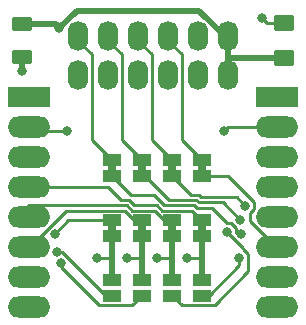
<source format=gtl>
G04 #@! TF.GenerationSoftware,KiCad,Pcbnew,7.0.10-unknown-1000.20240106gite38b948.fc38*
G04 #@! TF.CreationDate,2024-01-08T08:42:08+11:00*
G04 #@! TF.ProjectId,mikrobus-pmod-adapt,6d696b72-6f62-4757-932d-706d6f642d61,rev?*
G04 #@! TF.SameCoordinates,Original*
G04 #@! TF.FileFunction,Copper,L1,Top*
G04 #@! TF.FilePolarity,Positive*
%FSLAX46Y46*%
G04 Gerber Fmt 4.6, Leading zero omitted, Abs format (unit mm)*
G04 Created by KiCad (PCBNEW 7.0.10-unknown-1000.20240106gite38b948.fc38) date 2024-01-08 08:42:08*
%MOMM*%
%LPD*%
G01*
G04 APERTURE LIST*
G04 Aperture macros list*
%AMRoundRect*
0 Rectangle with rounded corners*
0 $1 Rounding radius*
0 $2 $3 $4 $5 $6 $7 $8 $9 X,Y pos of 4 corners*
0 Add a 4 corners polygon primitive as box body*
4,1,4,$2,$3,$4,$5,$6,$7,$8,$9,$2,$3,0*
0 Add four circle primitives for the rounded corners*
1,1,$1+$1,$2,$3*
1,1,$1+$1,$4,$5*
1,1,$1+$1,$6,$7*
1,1,$1+$1,$8,$9*
0 Add four rect primitives between the rounded corners*
20,1,$1+$1,$2,$3,$4,$5,0*
20,1,$1+$1,$4,$5,$6,$7,0*
20,1,$1+$1,$6,$7,$8,$9,0*
20,1,$1+$1,$8,$9,$2,$3,0*%
%AMFreePoly0*
4,1,9,0.500000,0.300000,0.900000,0.300000,0.900000,-0.300000,0.500000,-0.300000,0.500000,-0.750000,-0.500000,-0.750000,-0.500000,0.750000,0.500000,0.750000,0.500000,0.300000,0.500000,0.300000,$1*%
G04 Aperture macros list end*
G04 #@! TA.AperFunction,SMDPad,CuDef*
%ADD10R,1.500000X1.000000*%
G04 #@! TD*
G04 #@! TA.AperFunction,SMDPad,CuDef*
%ADD11FreePoly0,270.000000*%
G04 #@! TD*
G04 #@! TA.AperFunction,SMDPad,CuDef*
%ADD12FreePoly0,90.000000*%
G04 #@! TD*
G04 #@! TA.AperFunction,ComponentPad*
%ADD13R,3.600000X1.800000*%
G04 #@! TD*
G04 #@! TA.AperFunction,ComponentPad*
%ADD14O,3.600000X1.800000*%
G04 #@! TD*
G04 #@! TA.AperFunction,ComponentPad*
%ADD15O,1.700000X2.540000*%
G04 #@! TD*
G04 #@! TA.AperFunction,SMDPad,CuDef*
%ADD16RoundRect,0.250001X0.624999X-0.462499X0.624999X0.462499X-0.624999X0.462499X-0.624999X-0.462499X0*%
G04 #@! TD*
G04 #@! TA.AperFunction,SMDPad,CuDef*
%ADD17RoundRect,0.250000X0.625000X-0.375000X0.625000X0.375000X-0.625000X0.375000X-0.625000X-0.375000X0*%
G04 #@! TD*
G04 #@! TA.AperFunction,ViaPad*
%ADD18C,0.800000*%
G04 #@! TD*
G04 #@! TA.AperFunction,Conductor*
%ADD19C,0.500000*%
G04 #@! TD*
G04 #@! TA.AperFunction,Conductor*
%ADD20C,0.250000*%
G04 #@! TD*
G04 APERTURE END LIST*
D10*
G04 #@! TO.P,ALTD1,1,A*
G04 #@! TO.N,/PD1*
X99060000Y-109205000D03*
G04 #@! TO.P,ALTD1,2,B*
G04 #@! TO.N,/MD9*
X99060000Y-110505000D03*
G04 #@! TD*
D11*
G04 #@! TO.P,D6,1,A*
G04 #@! TO.N,/PD6*
X101600000Y-99045000D03*
D10*
G04 #@! TO.P,D6,2,B*
G04 #@! TO.N,/MD6*
X101600000Y-100345000D03*
G04 #@! TD*
D11*
G04 #@! TO.P,D5,1,A*
G04 #@! TO.N,/PD5*
X99060000Y-99045000D03*
D10*
G04 #@! TO.P,D5,2,B*
G04 #@! TO.N,/MD5*
X99060000Y-100345000D03*
G04 #@! TD*
D12*
G04 #@! TO.P,D2,1,A*
G04 #@! TO.N,/PD2*
X101600000Y-105425000D03*
D10*
G04 #@! TO.P,D2,2,B*
G04 #@! TO.N,/MD2*
X101600000Y-104125000D03*
G04 #@! TD*
G04 #@! TO.P,ALTD3,1,A*
G04 #@! TO.N,/PD3*
X104140000Y-109205000D03*
G04 #@! TO.P,ALTD3,2,B*
G04 #@! TO.N,/MD11*
X104140000Y-110505000D03*
G04 #@! TD*
D11*
G04 #@! TO.P,D4,1,A*
G04 #@! TO.N,/PD4*
X96520000Y-99045000D03*
D10*
G04 #@! TO.P,D4,2,B*
G04 #@! TO.N,/MD4*
X96520000Y-100345000D03*
G04 #@! TD*
G04 #@! TO.P,ALTD0,1,A*
G04 #@! TO.N,/PD0*
X96520000Y-109205000D03*
G04 #@! TO.P,ALTD0,2,B*
G04 #@! TO.N,/MD8*
X96520000Y-110505000D03*
G04 #@! TD*
G04 #@! TO.P,ALTD2,1,A*
G04 #@! TO.N,/PD2*
X101600000Y-109205000D03*
G04 #@! TO.P,ALTD2,2,B*
G04 #@! TO.N,/MD10*
X101600000Y-110505000D03*
G04 #@! TD*
D13*
G04 #@! TO.P,U1,A1,AN*
G04 #@! TO.N,/MD8*
X89470000Y-93650000D03*
D14*
G04 #@! TO.P,U1,A2,RST*
G04 #@! TO.N,/MD9*
X89470000Y-96190000D03*
G04 #@! TO.P,U1,A3,CS*
G04 #@! TO.N,/MD0*
X89470000Y-98730000D03*
G04 #@! TO.P,U1,A4,SCK*
G04 #@! TO.N,/MD3*
X89470000Y-101270000D03*
G04 #@! TO.P,U1,A5,MISO*
G04 #@! TO.N,/MD2*
X89470000Y-103810000D03*
G04 #@! TO.P,U1,A6,MOSI*
G04 #@! TO.N,/MD1*
X89470000Y-106350000D03*
G04 #@! TO.P,U1,A7,+3.3V*
G04 #@! TO.N,+3.3V*
X89470000Y-108890000D03*
G04 #@! TO.P,U1,A8,GND*
G04 #@! TO.N,GND*
X89470000Y-111430000D03*
D13*
G04 #@! TO.P,U1,B1,PWM*
G04 #@! TO.N,/MD10*
X110530000Y-93650000D03*
D14*
G04 #@! TO.P,U1,B2,INT*
G04 #@! TO.N,/MD11*
X110530000Y-96190000D03*
G04 #@! TO.P,U1,B3,RX*
G04 #@! TO.N,/MD4*
X110530000Y-98730000D03*
G04 #@! TO.P,U1,B4,TX*
G04 #@! TO.N,/MD5*
X110530000Y-101270000D03*
G04 #@! TO.P,U1,B5,SCL*
G04 #@! TO.N,/MD6*
X110530000Y-103810000D03*
G04 #@! TO.P,U1,B6,SDA*
G04 #@! TO.N,/MD7*
X110530000Y-106350000D03*
G04 #@! TO.P,U1,B7,+5V*
G04 #@! TO.N,unconnected-(U1-+5V-PadB7)*
X110530000Y-108890000D03*
G04 #@! TO.P,U1,B8,GND*
G04 #@! TO.N,GND*
X110530000Y-111430000D03*
G04 #@! TD*
D12*
G04 #@! TO.P,D3,1,A*
G04 #@! TO.N,/PD3*
X104140000Y-105425000D03*
D10*
G04 #@! TO.P,D3,2,B*
G04 #@! TO.N,/MD3*
X104140000Y-104125000D03*
G04 #@! TD*
D11*
G04 #@! TO.P,D7,1,A*
G04 #@! TO.N,/PD7*
X104140000Y-99045000D03*
D10*
G04 #@! TO.P,D7,2,B*
G04 #@! TO.N,/MD7*
X104140000Y-100345000D03*
G04 #@! TD*
D12*
G04 #@! TO.P,D0,1,A*
G04 #@! TO.N,/PD0*
X96520000Y-105425000D03*
D10*
G04 #@! TO.P,D0,2,B*
G04 #@! TO.N,/MD0*
X96520000Y-104125000D03*
G04 #@! TD*
D15*
G04 #@! TO.P,J1,1,D0*
G04 #@! TO.N,/PD0*
X93650000Y-91840000D03*
G04 #@! TO.P,J1,2,D1*
G04 #@! TO.N,/PD1*
X96190000Y-91840000D03*
G04 #@! TO.P,J1,3,D2*
G04 #@! TO.N,/PD2*
X98730000Y-91840000D03*
G04 #@! TO.P,J1,4,D3*
G04 #@! TO.N,/PD3*
X101270000Y-91840000D03*
G04 #@! TO.P,J1,5,GND1*
G04 #@! TO.N,GND*
X103810000Y-91840000D03*
G04 #@! TO.P,J1,6,VCC1*
G04 #@! TO.N,+3.3V*
X106350000Y-91840000D03*
G04 #@! TO.P,J1,7,D4*
G04 #@! TO.N,/PD4*
X93650000Y-88500000D03*
G04 #@! TO.P,J1,8,D5*
G04 #@! TO.N,/PD5*
X96190000Y-88500000D03*
G04 #@! TO.P,J1,9,D6*
G04 #@! TO.N,/PD6*
X98730000Y-88500000D03*
G04 #@! TO.P,J1,10,D7*
G04 #@! TO.N,/PD7*
X101270000Y-88500000D03*
G04 #@! TO.P,J1,11,GND2*
G04 #@! TO.N,GND*
X103810000Y-88500000D03*
G04 #@! TO.P,J1,12,VCC2*
G04 #@! TO.N,+3.3V*
X106350000Y-88500000D03*
G04 #@! TD*
D16*
G04 #@! TO.P,C1,1*
G04 #@! TO.N,+3.3V*
X111125000Y-90387500D03*
G04 #@! TO.P,C1,2*
G04 #@! TO.N,GND*
X111125000Y-87412500D03*
G04 #@! TD*
D17*
G04 #@! TO.P,LED1,1,K*
G04 #@! TO.N,Net-(LED1-K)*
X88900000Y-90300000D03*
G04 #@! TO.P,LED1,2,A*
G04 #@! TO.N,+3.3V*
X88900000Y-87500000D03*
G04 #@! TD*
D12*
G04 #@! TO.P,D1,1,A*
G04 #@! TO.N,/PD1*
X99060000Y-105425000D03*
D10*
G04 #@! TO.P,D1,2,B*
G04 #@! TO.N,/MD1*
X99060000Y-104125000D03*
G04 #@! TD*
D18*
G04 #@! TO.N,+3.3V*
X92075000Y-87816522D03*
G04 #@! TO.N,GND*
X109220000Y-86995000D03*
G04 #@! TO.N,/MD8*
X91851549Y-106771536D03*
G04 #@! TO.N,/PD0*
X95250000Y-107315000D03*
G04 #@! TO.N,/MD9*
X92710000Y-96520000D03*
X92183964Y-107767531D03*
G04 #@! TO.N,/PD1*
X97790000Y-107315000D03*
G04 #@! TO.N,/MD10*
X106255508Y-105109492D03*
G04 #@! TO.N,/PD2*
X100330000Y-107315000D03*
G04 #@! TO.N,/MD11*
X106045000Y-96520000D03*
X107315000Y-107315000D03*
G04 #@! TO.N,/PD3*
X102870000Y-107315000D03*
G04 #@! TO.N,/MD0*
X91675071Y-105270000D03*
G04 #@! TO.N,/MD4*
X107483516Y-105241484D03*
G04 #@! TO.N,/MD5*
X107400563Y-104062515D03*
G04 #@! TO.N,/MD6*
X107795539Y-102870000D03*
G04 #@! TO.N,Net-(LED1-K)*
X88900000Y-91440000D03*
G04 #@! TD*
D19*
G04 #@! TO.N,+3.3V*
X106350000Y-90170000D02*
X106350000Y-91440000D01*
X106567500Y-90387500D02*
X106350000Y-90170000D01*
X103928478Y-86360000D02*
X106350000Y-88781522D01*
X92075000Y-87816522D02*
X93531522Y-86360000D01*
X106350000Y-88781522D02*
X106350000Y-88900000D01*
X106350000Y-88900000D02*
X106350000Y-90170000D01*
X91758478Y-87500000D02*
X92075000Y-87816522D01*
X93531522Y-86360000D02*
X103928478Y-86360000D01*
X88900000Y-87500000D02*
X91758478Y-87500000D01*
X111125000Y-90387500D02*
X106567500Y-90387500D01*
G04 #@! TO.N,GND*
X88570000Y-111430000D02*
X89045000Y-111905000D01*
X110955000Y-111905000D02*
X111430000Y-111430000D01*
D20*
X111125000Y-87412500D02*
X109637500Y-87412500D01*
X109637500Y-87412500D02*
X109220000Y-86995000D01*
G04 #@! TO.N,/MD8*
X92283985Y-106771536D02*
X91851549Y-106771536D01*
X96017449Y-110505000D02*
X92283985Y-106771536D01*
X96520000Y-110505000D02*
X96017449Y-110505000D01*
G04 #@! TO.N,/PD0*
X96520000Y-107315000D02*
X95250000Y-107315000D01*
D19*
X96520000Y-105425000D02*
X96520000Y-107315000D01*
X96520000Y-107315000D02*
X96520000Y-109205000D01*
D20*
G04 #@! TO.N,/MD9*
X99060000Y-110505000D02*
X98235000Y-111330000D01*
X95457794Y-111330000D02*
X92183964Y-108056170D01*
X92710000Y-96520000D02*
X88900000Y-96520000D01*
X98235000Y-111330000D02*
X95457794Y-111330000D01*
X88900000Y-96520000D02*
X88570000Y-96190000D01*
X92183964Y-108056170D02*
X92183964Y-107767531D01*
G04 #@! TO.N,/PD1*
X99060000Y-107315000D02*
X97790000Y-107315000D01*
D19*
X99060000Y-105425000D02*
X99060000Y-107315000D01*
X99060000Y-107315000D02*
X99060000Y-109205000D01*
D20*
G04 #@! TO.N,/MD10*
X108090000Y-108455000D02*
X108090000Y-106993984D01*
X108090000Y-106993984D02*
X107636016Y-106540000D01*
X107636016Y-106490000D02*
X106255508Y-105109492D01*
X107636016Y-106540000D02*
X107636016Y-106490000D01*
X101600000Y-110505000D02*
X102425000Y-111330000D01*
X102425000Y-111330000D02*
X105215000Y-111330000D01*
X105215000Y-111330000D02*
X108090000Y-108455000D01*
G04 #@! TO.N,/PD2*
X101600000Y-107315000D02*
X100330000Y-107315000D01*
D19*
X101600000Y-107315000D02*
X101600000Y-109205000D01*
X101600000Y-105425000D02*
X101600000Y-107315000D01*
D20*
G04 #@! TO.N,/MD11*
X106375000Y-96190000D02*
X111430000Y-96190000D01*
X106045000Y-96520000D02*
X106375000Y-96190000D01*
X107315000Y-107930000D02*
X107315000Y-107315000D01*
X104140000Y-110505000D02*
X104740000Y-110505000D01*
X104740000Y-110505000D02*
X107315000Y-107930000D01*
D19*
G04 #@! TO.N,/PD3*
X104140000Y-105425000D02*
X104140000Y-107315000D01*
D20*
X104140000Y-107315000D02*
X102870000Y-107315000D01*
D19*
X104140000Y-107315000D02*
X104140000Y-109205000D01*
D20*
G04 #@! TO.N,/MD0*
X96520000Y-104125000D02*
X92820071Y-104125000D01*
X92820071Y-104125000D02*
X91675071Y-105270000D01*
G04 #@! TO.N,/MD1*
X98420000Y-104125000D02*
X97595000Y-103300000D01*
X99060000Y-104125000D02*
X98420000Y-104125000D01*
X97595000Y-103300000D02*
X92612412Y-103300000D01*
X92612412Y-103300000D02*
X89562412Y-106350000D01*
X89562412Y-106350000D02*
X88570000Y-106350000D01*
G04 #@! TO.N,/MD2*
X100960000Y-104125000D02*
X100135000Y-103300000D01*
X89530000Y-102850000D02*
X88570000Y-103810000D01*
X100135000Y-103300000D02*
X98231396Y-103300000D01*
X97781396Y-102850000D02*
X89530000Y-102850000D01*
X101600000Y-104125000D02*
X100960000Y-104125000D01*
X98231396Y-103300000D02*
X97781396Y-102850000D01*
G04 #@! TO.N,/MD3*
X103315000Y-103300000D02*
X100771396Y-103300000D01*
X100321396Y-102850000D02*
X98417792Y-102850000D01*
X96192792Y-101270000D02*
X88570000Y-101270000D01*
X98417792Y-102850000D02*
X97967792Y-102400000D01*
X97967792Y-102400000D02*
X97322792Y-102400000D01*
X97322792Y-102400000D02*
X96192792Y-101270000D01*
X104140000Y-104125000D02*
X103315000Y-103300000D01*
X100771396Y-103300000D02*
X100321396Y-102850000D01*
G04 #@! TO.N,/PD4*
X94825000Y-90075000D02*
X93650000Y-88900000D01*
X96520000Y-99045000D02*
X94825000Y-97350000D01*
X94825000Y-97350000D02*
X94825000Y-90075000D01*
G04 #@! TO.N,/MD4*
X107146484Y-105241484D02*
X107483516Y-105241484D01*
X98125000Y-101950000D02*
X100057792Y-101950000D01*
X103501396Y-102850000D02*
X103706396Y-103055000D01*
X107030508Y-105125508D02*
X107146484Y-105241484D01*
X104960000Y-103055000D02*
X106239492Y-104334492D01*
X100957792Y-102850000D02*
X103501396Y-102850000D01*
X107030508Y-104788476D02*
X107030508Y-105125508D01*
X106239492Y-104334492D02*
X106576524Y-104334492D01*
X100057792Y-101950000D02*
X100957792Y-102850000D01*
X106576524Y-104334492D02*
X107030508Y-104788476D01*
X103706396Y-103055000D02*
X104960000Y-103055000D01*
X96520000Y-100345000D02*
X98125000Y-101950000D01*
G04 #@! TO.N,/PD5*
X99060000Y-99045000D02*
X97365000Y-97350000D01*
X97365000Y-97350000D02*
X97365000Y-90075000D01*
X97365000Y-90075000D02*
X96190000Y-88900000D01*
G04 #@! TO.N,/MD5*
X105943048Y-102605000D02*
X107400563Y-104062515D01*
X99060000Y-100345000D02*
X99310000Y-100345000D01*
X101365000Y-102400000D02*
X103687792Y-102400000D01*
X99310000Y-100345000D02*
X101365000Y-102400000D01*
X103687792Y-102400000D02*
X103892792Y-102605000D01*
X103892792Y-102605000D02*
X105943048Y-102605000D01*
G04 #@! TO.N,/PD6*
X101600000Y-99045000D02*
X99905000Y-97350000D01*
X99905000Y-97350000D02*
X99905000Y-90075000D01*
X99905000Y-90075000D02*
X98730000Y-88900000D01*
G04 #@! TO.N,/MD6*
X103205000Y-101950000D02*
X103874188Y-101950000D01*
X101600000Y-100345000D02*
X103205000Y-101950000D01*
X103874188Y-101950000D02*
X104079188Y-102155000D01*
X104079188Y-102155000D02*
X107080539Y-102155000D01*
X107080539Y-102155000D02*
X107795539Y-102870000D01*
G04 #@! TO.N,/PD7*
X102445000Y-97350000D02*
X102445000Y-90075000D01*
X102445000Y-90075000D02*
X101270000Y-88900000D01*
X104140000Y-99045000D02*
X102445000Y-97350000D01*
G04 #@! TO.N,/MD7*
X108230000Y-103531555D02*
X108230000Y-104185000D01*
X106366555Y-100345000D02*
X108570539Y-102548984D01*
X108570539Y-103191016D02*
X108230000Y-103531555D01*
X104140000Y-100345000D02*
X106366555Y-100345000D01*
X108570539Y-102548984D02*
X108570539Y-103191016D01*
X108230000Y-104185000D02*
X110395000Y-106350000D01*
X110395000Y-106350000D02*
X111430000Y-106350000D01*
D19*
G04 #@! TO.N,Net-(LED1-K)*
X88900000Y-90300000D02*
X88900000Y-91440000D01*
G04 #@! TD*
M02*

</source>
